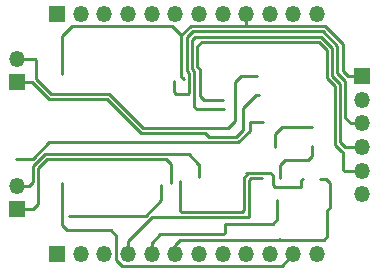
<source format=gbr>
G04 #@! TF.FileFunction,Copper,L2,Bot,Signal*
%FSLAX46Y46*%
G04 Gerber Fmt 4.6, Leading zero omitted, Abs format (unit mm)*
G04 Created by KiCad (PCBNEW 4.0.7) date 11/17/20 22:45:57*
%MOMM*%
%LPD*%
G01*
G04 APERTURE LIST*
%ADD10C,0.100000*%
%ADD11R,1.350000X1.350000*%
%ADD12O,1.350000X1.350000*%
%ADD13C,0.250000*%
G04 APERTURE END LIST*
D10*
D11*
X147900600Y-190169800D03*
D12*
X149900600Y-190169800D03*
X151900600Y-190169800D03*
X153900600Y-190169800D03*
X155900600Y-190169800D03*
X157900600Y-190169800D03*
X159900600Y-190169800D03*
X161900600Y-190169800D03*
X163900600Y-190169800D03*
X165900600Y-190169800D03*
X167900600Y-190169800D03*
X169900600Y-190169800D03*
D11*
X147900600Y-169849800D03*
D12*
X149900600Y-169849800D03*
X151900600Y-169849800D03*
X153900600Y-169849800D03*
X155900600Y-169849800D03*
X157900600Y-169849800D03*
X159900600Y-169849800D03*
X161900600Y-169849800D03*
X163900600Y-169849800D03*
X165900600Y-169849800D03*
X167900600Y-169849800D03*
X169900600Y-169849800D03*
D11*
X173710600Y-175089800D03*
D12*
X173710600Y-177089800D03*
X173710600Y-179089800D03*
X173710600Y-181089800D03*
X173710600Y-183089800D03*
X173710600Y-185089800D03*
D11*
X144500600Y-175609000D03*
D12*
X144500600Y-173609000D03*
D11*
X144500600Y-186359800D03*
D12*
X144500600Y-184359800D03*
D13*
X164126199Y-183268191D02*
X164007800Y-183386590D01*
X168681400Y-183769000D02*
X168529000Y-183921400D01*
X168529000Y-183921400D02*
X168529000Y-184480200D01*
X165931009Y-183268191D02*
X164126199Y-183268191D01*
X168529000Y-184480200D02*
X166344600Y-184480200D01*
X166141400Y-183478582D02*
X165931009Y-183268191D01*
X166344600Y-184480200D02*
X166141400Y-184277000D01*
X166141400Y-184277000D02*
X166141400Y-183478582D01*
X163710191Y-183684199D02*
X164007800Y-183386590D01*
X163906200Y-183284990D02*
X164007800Y-183386590D01*
X163710190Y-185801000D02*
X163710191Y-183684199D01*
X163710190Y-186403410D02*
X163710190Y-185801000D01*
X158927800Y-186570190D02*
X163543410Y-186570190D01*
X163543410Y-186570190D02*
X163710190Y-186403410D01*
X158426990Y-186570190D02*
X158927800Y-186570190D01*
X158318200Y-184886600D02*
X158318200Y-186461400D01*
X158318200Y-186461400D02*
X158426990Y-186570190D01*
X158318200Y-184886600D02*
X158318200Y-183972200D01*
X168844000Y-179374800D02*
X169443400Y-179374800D01*
X166319200Y-179984400D02*
X166319200Y-181076600D01*
X166928800Y-179374800D02*
X166319200Y-179984400D01*
X168427400Y-179374800D02*
X166928800Y-179374800D01*
X168844000Y-179374800D02*
X168427400Y-179374800D01*
X156718000Y-185596390D02*
X156718000Y-184353200D01*
X149707600Y-186918600D02*
X155395790Y-186918600D01*
X155395790Y-186918600D02*
X156718000Y-185596390D01*
X148886000Y-186918600D02*
X149707600Y-186918600D01*
X145818582Y-182092600D02*
X144449800Y-182092600D01*
X160570199Y-180713809D02*
X147197373Y-180713809D01*
X147197373Y-180713809D02*
X145818582Y-182092600D01*
X163229001Y-180713809D02*
X160570199Y-180713809D01*
X164236400Y-178943000D02*
X164236400Y-179706410D01*
X164236400Y-179706410D02*
X163229001Y-180713809D01*
X164804400Y-178943000D02*
X165354000Y-178943000D01*
X164804400Y-178943000D02*
X164236400Y-178943000D01*
X166801800Y-182626000D02*
X166801800Y-183718200D01*
X167208200Y-182219600D02*
X166801800Y-182626000D01*
X167944800Y-182219600D02*
X167208200Y-182219600D01*
X169164000Y-182219600D02*
X167944800Y-182219600D01*
X169494200Y-181889400D02*
X169164000Y-182219600D01*
X169494200Y-181610000D02*
X169494200Y-181889400D01*
X169494200Y-180975000D02*
X169494200Y-181610000D01*
X170154600Y-183819800D02*
X170637200Y-183819800D01*
X170967400Y-186227000D02*
X170967400Y-184150000D01*
X170967400Y-184150000D02*
X170637200Y-183819800D01*
X170967400Y-186227000D02*
X170767000Y-186427400D01*
X170767000Y-186427400D02*
X170767000Y-188643000D01*
X170767000Y-188643000D02*
X170459400Y-188950600D01*
X170459400Y-188950600D02*
X166751000Y-188950600D01*
X166395400Y-188950600D02*
X166751000Y-188950600D01*
X166649400Y-188849000D02*
X166751000Y-188950600D01*
X166395400Y-188950600D02*
X158318200Y-188950600D01*
X157900600Y-189368200D02*
X157900600Y-190169800D01*
X158318200Y-188950600D02*
X157900600Y-189368200D01*
X149190199Y-170849801D02*
X157657800Y-170849801D01*
X158419800Y-171627800D02*
X158419800Y-171611801D01*
X158419800Y-171611801D02*
X157657800Y-170849801D01*
X148310600Y-171729400D02*
X149190199Y-170849801D01*
X148310600Y-173304200D02*
X148310600Y-171729400D01*
X148310600Y-174929800D02*
X148310600Y-173304200D01*
X162900599Y-170849801D02*
X163855193Y-170849801D01*
X163855193Y-170849801D02*
X163900600Y-170804394D01*
X172085000Y-174675800D02*
X172499000Y-175089800D01*
X172499000Y-175089800D02*
X173710600Y-175089800D01*
X172085000Y-172339000D02*
X172085000Y-174675800D01*
X170611800Y-170865800D02*
X172085000Y-172339000D01*
X163962006Y-170865800D02*
X170611800Y-170865800D01*
X163900600Y-169849800D02*
X163900600Y-170804394D01*
X163900600Y-170804394D02*
X163962006Y-170865800D01*
X158419800Y-171627800D02*
X158419800Y-175133000D01*
X162900599Y-170849801D02*
X159197799Y-170849801D01*
X159197799Y-170849801D02*
X158419800Y-171627800D01*
X158521400Y-175234600D02*
X158623000Y-175336200D01*
X158419800Y-175133000D02*
X158521400Y-175234600D01*
X155900600Y-189215206D02*
X155919994Y-189215206D01*
X155919994Y-189215206D02*
X156634610Y-188500590D01*
X156634610Y-188500590D02*
X161968610Y-188500590D01*
X161968610Y-188500590D02*
X162128200Y-188341000D01*
X162128200Y-188341000D02*
X162128200Y-187579000D01*
X162128200Y-187579000D02*
X166141400Y-187579000D01*
X166141400Y-187579000D02*
X166547800Y-187172600D01*
X166547800Y-187172600D02*
X166547800Y-186175188D01*
X166547800Y-186175188D02*
X166547800Y-185547000D01*
X155911206Y-189204600D02*
X155930600Y-189204600D01*
X155900600Y-190169800D02*
X155900600Y-189215206D01*
X155900600Y-189215206D02*
X155911206Y-189204600D01*
X157759400Y-175742600D02*
X157759400Y-175488600D01*
X157756521Y-175745479D02*
X157759400Y-175742600D01*
X157756521Y-176399522D02*
X157756521Y-175745479D01*
X173710600Y-179089800D02*
X172756006Y-179089800D01*
X172756006Y-179089800D02*
X172312599Y-178646393D01*
X172312599Y-178646393D02*
X172312599Y-178052999D01*
X157756521Y-176399522D02*
X158000166Y-176643168D01*
X158869810Y-174668610D02*
X158869810Y-171814200D01*
X159384199Y-171299811D02*
X163759607Y-171299811D01*
X171634990Y-172525400D02*
X171634990Y-174862200D01*
X158000166Y-176643168D02*
X158992432Y-176643168D01*
X158992432Y-176643168D02*
X159073009Y-176562591D01*
X159073009Y-176562591D02*
X159073009Y-174871809D01*
X158869810Y-171814200D02*
X159384199Y-171299811D01*
X159073009Y-174871809D02*
X158869810Y-174668610D01*
X172312599Y-175539809D02*
X172312599Y-178052999D01*
X163759607Y-171299811D02*
X163775606Y-171315810D01*
X163775606Y-171315810D02*
X170425400Y-171315810D01*
X170425400Y-171315810D02*
X171634990Y-172525400D01*
X171634990Y-174862200D02*
X172312599Y-175539809D01*
X148717000Y-188137800D02*
X152425400Y-188137800D01*
X167900600Y-190169800D02*
X166900599Y-191169801D01*
X166900599Y-191169801D02*
X153420599Y-191169801D01*
X153420599Y-191169801D02*
X152900600Y-190649802D01*
X152900600Y-190649802D02*
X152900600Y-188613000D01*
X152900600Y-188613000D02*
X152425400Y-188137800D01*
X148310600Y-187731400D02*
X148717000Y-188137800D01*
X148310600Y-186101400D02*
X148310600Y-187731400D01*
X148310600Y-184175400D02*
X148310600Y-186101400D01*
X161911099Y-177109577D02*
X160294777Y-177109577D01*
X160294777Y-177109577D02*
X159973029Y-176787829D01*
X159973029Y-176787829D02*
X159973029Y-174499009D01*
X163386807Y-172199831D02*
X163402806Y-172215830D01*
X159973029Y-174499009D02*
X159769830Y-174295810D01*
X170713400Y-175234600D02*
X171412579Y-175933779D01*
X163402806Y-172215830D02*
X170052600Y-172215830D01*
X172167800Y-183089800D02*
X173710600Y-183089800D01*
X159769830Y-174295810D02*
X159769830Y-172563770D01*
X171412579Y-180912179D02*
X171932600Y-181432200D01*
X171412579Y-175933779D02*
X171412579Y-180912179D01*
X159769830Y-172563770D02*
X160133769Y-172199831D01*
X171932600Y-181432200D02*
X171956590Y-181432200D01*
X160133769Y-172199831D02*
X163386807Y-172199831D01*
X170052600Y-172215830D02*
X170734971Y-172898201D01*
X172064200Y-182986200D02*
X172167800Y-183089800D01*
X170713400Y-172919772D02*
X170713400Y-175234600D01*
X170734971Y-172898201D02*
X170713400Y-172919772D01*
X171956590Y-181432200D02*
X172064200Y-181539810D01*
X172064200Y-181539810D02*
X172064200Y-182986200D01*
X173710600Y-181089800D02*
X172250600Y-181089800D01*
X172250600Y-181089800D02*
X171862589Y-180701789D01*
X171862589Y-180701789D02*
X171862589Y-175726209D01*
X163573207Y-171749821D02*
X159570599Y-171749821D01*
X171862589Y-175726209D02*
X171184981Y-175048601D01*
X171184981Y-175048601D02*
X171184980Y-172711800D01*
X170239000Y-171765820D02*
X163589206Y-171765820D01*
X171184980Y-172711800D02*
X170239000Y-171765820D01*
X163589206Y-171765820D02*
X163573207Y-171749821D01*
X159319820Y-174482210D02*
X159523019Y-174685409D01*
X159570599Y-171749821D02*
X159319820Y-172000600D01*
X159319820Y-172000600D02*
X159319820Y-174482210D01*
X159523019Y-174685409D02*
X159523018Y-176748992D01*
X159523018Y-176748992D02*
X159523019Y-176748991D01*
X159523019Y-176748991D02*
X159523019Y-174685409D01*
X162036246Y-177899728D02*
X159740600Y-177899728D01*
X159740600Y-177899728D02*
X159523018Y-177682146D01*
X159523018Y-177682146D02*
X159523018Y-176748992D01*
X165251000Y-183718200D02*
X164312600Y-183718200D01*
X164160200Y-183870600D02*
X164160200Y-187020200D01*
X164312600Y-183718200D02*
X164160200Y-183870600D01*
X164160200Y-187020200D02*
X155930600Y-187020200D01*
X155930600Y-187020200D02*
X153898600Y-189052200D01*
X153900600Y-189054200D02*
X153900600Y-190169800D01*
X153898600Y-189052200D02*
X153900600Y-189054200D01*
X164973000Y-176707800D02*
X164719000Y-176707800D01*
X164719000Y-176707800D02*
X163652200Y-177774600D01*
X163652200Y-177774600D02*
X163652200Y-179654200D01*
X163652200Y-179654200D02*
X163042600Y-180263800D01*
X163042600Y-180263800D02*
X162433000Y-180263800D01*
X160756600Y-180263800D02*
X162433000Y-180263800D01*
X144500600Y-175609000D02*
X145762590Y-175609000D01*
X145762590Y-175609000D02*
X147209800Y-177056210D01*
X154960429Y-179930039D02*
X160422839Y-179930039D01*
X147209800Y-177056210D02*
X152086600Y-177056210D01*
X152086600Y-177056210D02*
X154960429Y-179930039D01*
X160422839Y-179930039D02*
X160756600Y-180263800D01*
X163499800Y-175082200D02*
X164820600Y-175082200D01*
X162991800Y-178892200D02*
X162991800Y-175590200D01*
X162991800Y-175590200D02*
X163499800Y-175082200D01*
X144500600Y-173609000D02*
X146024600Y-173609000D01*
X146024600Y-173609000D02*
X146126200Y-173710600D01*
X146126200Y-173710600D02*
X146126200Y-175336200D01*
X146126200Y-175336200D02*
X147396200Y-176606200D01*
X147396200Y-176606200D02*
X152273000Y-176606200D01*
X162403971Y-179480029D02*
X162991800Y-178892200D01*
X152273000Y-176606200D02*
X155146829Y-179480029D01*
X155146829Y-179480029D02*
X162403971Y-179480029D01*
X157505912Y-183108600D02*
X157505912Y-182499000D01*
X157150312Y-182143400D02*
X157505912Y-182499000D01*
X144500600Y-186359800D02*
X145872200Y-186359800D01*
X145872200Y-186359800D02*
X146278600Y-185953400D01*
X146278600Y-185953400D02*
X146278600Y-182905400D01*
X146278600Y-182905400D02*
X147040600Y-182143400D01*
X147040600Y-182143400D02*
X157150312Y-182143400D01*
X157505912Y-183108600D02*
X157505912Y-182651912D01*
X157505912Y-184135197D02*
X157505912Y-183108600D01*
X159876364Y-182499000D02*
X159842200Y-182499000D01*
X159842200Y-182499000D02*
X159036590Y-181693390D01*
X145828590Y-182719000D02*
X145828590Y-183609410D01*
X159036590Y-181693390D02*
X146854199Y-181693391D01*
X146854199Y-181693391D02*
X145828590Y-182719000D01*
X145828590Y-183609410D02*
X145821400Y-183616600D01*
X145821400Y-183616600D02*
X145821400Y-184073800D01*
X145535400Y-184359800D02*
X144500600Y-184359800D01*
X145821400Y-184073800D02*
X145535400Y-184359800D01*
X159876364Y-182849783D02*
X159876364Y-182499000D01*
X159876364Y-182849783D02*
X159876364Y-183650764D01*
M02*

</source>
